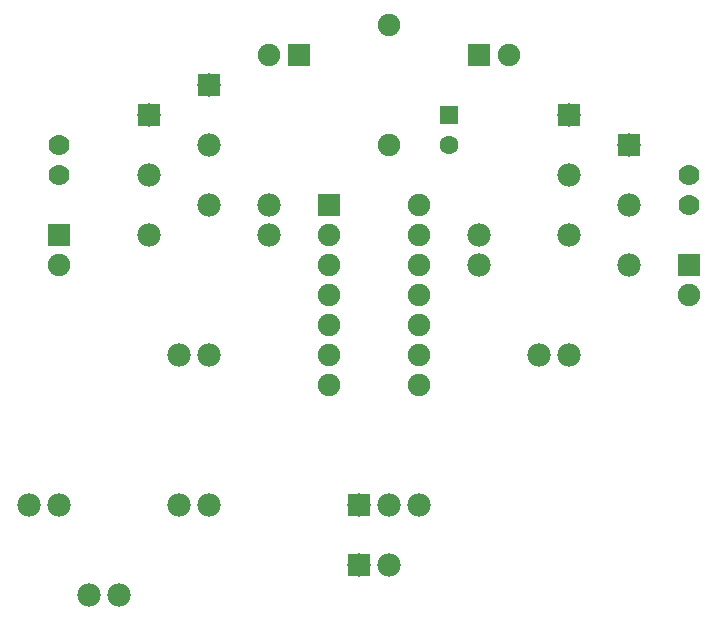
<source format=gbl>
G04 MADE WITH FRITZING*
G04 WWW.FRITZING.ORG*
G04 DOUBLE SIDED*
G04 HOLES PLATED*
G04 CONTOUR ON CENTER OF CONTOUR VECTOR*
%ASAXBY*%
%FSLAX23Y23*%
%MOIN*%
%OFA0B0*%
%SFA1.0B1.0*%
%ADD10C,0.075000*%
%ADD11C,0.078000*%
%ADD12C,0.070000*%
%ADD13C,0.062992*%
%ADD14R,0.075000X0.075000*%
%ADD15R,0.078000X0.078000*%
%ADD16R,0.062992X0.062992*%
%LNCOPPER0*%
G90*
G70*
G54D10*
X1405Y1513D03*
X1705Y1513D03*
X1405Y1413D03*
X1705Y1413D03*
X1405Y1313D03*
X1705Y1313D03*
X1405Y1213D03*
X1705Y1213D03*
X1405Y1113D03*
X1705Y1113D03*
X1405Y1013D03*
X1705Y1013D03*
X1405Y913D03*
X1705Y913D03*
G54D11*
X1505Y313D03*
X1605Y313D03*
X1505Y513D03*
X1605Y513D03*
X1705Y513D03*
X1205Y1513D03*
X1205Y1413D03*
X2405Y1713D03*
X2405Y1513D03*
X2405Y1313D03*
X2205Y1813D03*
X2205Y1613D03*
X2205Y1413D03*
X805Y1813D03*
X805Y1613D03*
X805Y1413D03*
X1005Y1913D03*
X1005Y1713D03*
X1005Y1513D03*
G54D10*
X1905Y2013D03*
X2005Y2013D03*
X1305Y2013D03*
X1205Y2013D03*
G54D12*
X2605Y1613D03*
X2605Y1513D03*
X505Y1713D03*
X505Y1613D03*
G54D10*
X2605Y1313D03*
X2605Y1213D03*
X505Y1413D03*
X505Y1313D03*
G54D11*
X2105Y1013D03*
X2205Y1013D03*
X905Y1013D03*
X1005Y1013D03*
X1905Y1413D03*
X1905Y1313D03*
X405Y513D03*
X505Y513D03*
X605Y213D03*
X705Y213D03*
X905Y513D03*
X1005Y513D03*
G54D10*
X1605Y1713D03*
X1605Y2113D03*
G54D13*
X1805Y1813D03*
X1805Y1715D03*
G54D14*
X1405Y1513D03*
G54D15*
X1505Y313D03*
X1505Y513D03*
X2405Y1713D03*
X2205Y1813D03*
X805Y1813D03*
X1005Y1913D03*
G54D14*
X1905Y2013D03*
X1305Y2013D03*
X2605Y1313D03*
X505Y1413D03*
G54D16*
X1805Y1813D03*
G04 End of Copper0*
M02*
</source>
